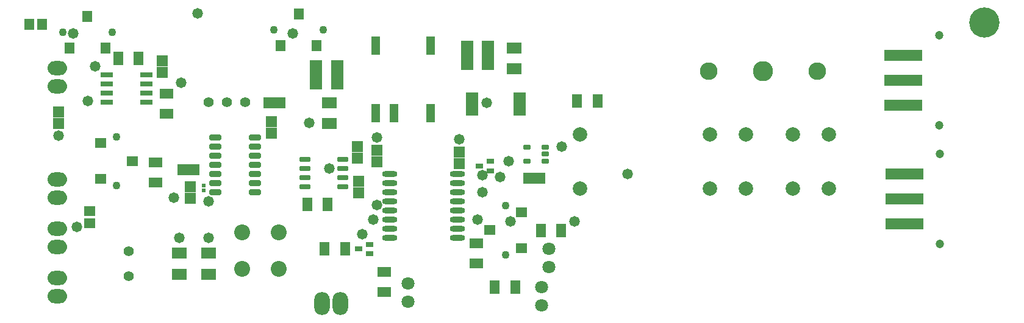
<source format=gts>
G04*
G04 #@! TF.GenerationSoftware,Altium Limited,Altium Designer,19.1.6 (110)*
G04*
G04 Layer_Color=8388736*
%FSLAX24Y24*%
%MOIN*%
G70*
G01*
G75*
%ADD39R,0.0552X0.0730*%
%ADD40R,0.0631X0.0552*%
%ADD41R,0.0592X0.0631*%
G04:AMPARAMS|DCode=42|XSize=29.7mil|YSize=39.5mil|CornerRadius=5.9mil|HoleSize=0mil|Usage=FLASHONLY|Rotation=270.000|XOffset=0mil|YOffset=0mil|HoleType=Round|Shape=RoundedRectangle|*
%AMROUNDEDRECTD42*
21,1,0.0297,0.0276,0,0,270.0*
21,1,0.0178,0.0395,0,0,270.0*
1,1,0.0119,-0.0138,-0.0089*
1,1,0.0119,-0.0138,0.0089*
1,1,0.0119,0.0138,0.0089*
1,1,0.0119,0.0138,-0.0089*
%
%ADD42ROUNDEDRECTD42*%
%ADD43R,0.0710X0.1615*%
%ADD44R,0.0552X0.0631*%
%ADD45R,0.0533X0.0611*%
%ADD46R,0.0611X0.0533*%
%ADD47R,0.0218X0.0237*%
%ADD48R,0.0631X0.0592*%
%ADD49R,0.0789X0.0592*%
%ADD50R,0.0730X0.0552*%
%ADD51R,0.0395X0.0316*%
%ADD52R,0.0686X0.1316*%
%ADD53O,0.0828X0.0316*%
%ADD54R,0.2088X0.0631*%
G04:AMPARAMS|DCode=55|XSize=29.7mil|YSize=57.2mil|CornerRadius=5.9mil|HoleSize=0mil|Usage=FLASHONLY|Rotation=90.000|XOffset=0mil|YOffset=0mil|HoleType=Round|Shape=RoundedRectangle|*
%AMROUNDEDRECTD55*
21,1,0.0297,0.0453,0,0,90.0*
21,1,0.0178,0.0572,0,0,90.0*
1,1,0.0119,0.0227,0.0089*
1,1,0.0119,0.0227,-0.0089*
1,1,0.0119,-0.0227,-0.0089*
1,1,0.0119,-0.0227,0.0089*
%
%ADD55ROUNDEDRECTD55*%
G04:AMPARAMS|DCode=56|XSize=31.6mil|YSize=65.1mil|CornerRadius=6mil|HoleSize=0mil|Usage=FLASHONLY|Rotation=90.000|XOffset=0mil|YOffset=0mil|HoleType=Round|Shape=RoundedRectangle|*
%AMROUNDEDRECTD56*
21,1,0.0316,0.0531,0,0,90.0*
21,1,0.0196,0.0651,0,0,90.0*
1,1,0.0120,0.0265,0.0098*
1,1,0.0120,0.0265,-0.0098*
1,1,0.0120,-0.0265,-0.0098*
1,1,0.0120,-0.0265,0.0098*
%
%ADD56ROUNDEDRECTD56*%
%ADD57R,0.0678X0.0316*%
%ADD58R,0.0474X0.0986*%
%ADD59C,0.1655*%
%ADD60C,0.0710*%
%ADD61C,0.0434*%
%ADD62O,0.0867X0.1261*%
%ADD63O,0.1064X0.0769*%
%ADD64C,0.0474*%
%ADD65C,0.0867*%
%ADD66C,0.0552*%
%ADD67C,0.1104*%
%ADD68C,0.0966*%
%ADD69C,0.0789*%
%ADD70C,0.0580*%
D39*
X39461Y15600D02*
D03*
X40563D02*
D03*
X16370Y25050D02*
D03*
X17472D02*
D03*
X36949Y12500D02*
D03*
X38051D02*
D03*
X42551Y22700D02*
D03*
X41449D02*
D03*
X27649Y14600D02*
D03*
X28751D02*
D03*
X26699Y17050D02*
D03*
X27801D02*
D03*
D40*
X38386Y16617D02*
D03*
X36654Y15633D02*
D03*
X38386Y14648D02*
D03*
X15414Y18433D02*
D03*
X17146Y19417D02*
D03*
X15414Y20402D02*
D03*
D41*
X38785Y18479D02*
D03*
X39415D02*
D03*
X24585Y22600D02*
D03*
X25215D02*
D03*
X20515Y18950D02*
D03*
X19885D02*
D03*
D42*
X39702Y19426D02*
D03*
Y19800D02*
D03*
Y20174D02*
D03*
X38698D02*
D03*
Y19426D02*
D03*
D43*
X27179Y24150D02*
D03*
X28321D02*
D03*
X35429Y25200D02*
D03*
X36571D02*
D03*
D44*
X27202Y25756D02*
D03*
X26218Y27488D02*
D03*
X25234Y25756D02*
D03*
X15667Y25614D02*
D03*
X14683Y27346D02*
D03*
X13698Y25614D02*
D03*
D45*
X11500Y26900D02*
D03*
X12189D02*
D03*
D46*
X14800Y16000D02*
D03*
Y16689D02*
D03*
D47*
X21050Y18072D02*
D03*
Y17828D02*
D03*
D48*
X30500Y19385D02*
D03*
Y20015D02*
D03*
X35000Y19285D02*
D03*
Y19915D02*
D03*
X29500Y18315D02*
D03*
Y17685D02*
D03*
X29450Y20215D02*
D03*
Y19585D02*
D03*
X24750Y20950D02*
D03*
Y21580D02*
D03*
X20300Y18015D02*
D03*
Y17385D02*
D03*
X13100Y22100D02*
D03*
Y21470D02*
D03*
X18771Y24285D02*
D03*
Y24915D02*
D03*
D49*
X21300Y13229D02*
D03*
Y14371D02*
D03*
X19700Y13229D02*
D03*
Y14371D02*
D03*
X27900Y21479D02*
D03*
Y22621D02*
D03*
X38000Y25621D02*
D03*
Y24479D02*
D03*
D50*
X30900Y13351D02*
D03*
Y12249D02*
D03*
X35950Y13799D02*
D03*
Y14901D02*
D03*
X19000Y23101D02*
D03*
Y21999D02*
D03*
X18400Y18249D02*
D03*
Y19351D02*
D03*
D51*
X36715Y18894D02*
D03*
Y19406D02*
D03*
X36085Y19150D02*
D03*
X30115Y14344D02*
D03*
Y14856D02*
D03*
X29485Y14600D02*
D03*
D52*
X38309Y22550D02*
D03*
X35691D02*
D03*
D53*
X34900Y15200D02*
D03*
Y15700D02*
D03*
Y16200D02*
D03*
Y16700D02*
D03*
Y17200D02*
D03*
Y17700D02*
D03*
Y18200D02*
D03*
Y18700D02*
D03*
X31200Y15200D02*
D03*
Y15700D02*
D03*
Y16200D02*
D03*
Y16700D02*
D03*
Y17200D02*
D03*
Y17700D02*
D03*
Y18200D02*
D03*
Y18700D02*
D03*
D54*
X59282Y23850D02*
D03*
Y25228D02*
D03*
Y22472D02*
D03*
X59331Y17350D02*
D03*
Y18728D02*
D03*
Y15972D02*
D03*
D55*
X28633Y18000D02*
D03*
Y18500D02*
D03*
Y19000D02*
D03*
Y19500D02*
D03*
X26567Y18000D02*
D03*
Y18500D02*
D03*
Y19000D02*
D03*
Y19500D02*
D03*
D56*
X21677Y20700D02*
D03*
Y20200D02*
D03*
Y19700D02*
D03*
Y19200D02*
D03*
Y18700D02*
D03*
Y18200D02*
D03*
Y17700D02*
D03*
X23823Y20700D02*
D03*
Y20200D02*
D03*
Y19700D02*
D03*
Y19200D02*
D03*
Y18700D02*
D03*
Y18200D02*
D03*
Y17700D02*
D03*
D57*
X17900Y22650D02*
D03*
Y23150D02*
D03*
Y23650D02*
D03*
Y24150D02*
D03*
X15743Y22650D02*
D03*
Y23150D02*
D03*
Y23650D02*
D03*
Y24150D02*
D03*
D58*
X30450Y25750D02*
D03*
X33450D02*
D03*
Y22050D02*
D03*
X31450D02*
D03*
X30450D02*
D03*
D59*
X63700Y27000D02*
D03*
D60*
X39889Y14598D02*
D03*
Y13598D02*
D03*
X39500Y12500D02*
D03*
Y11500D02*
D03*
X32200Y12700D02*
D03*
Y11700D02*
D03*
D61*
X37520Y16971D02*
D03*
Y14294D02*
D03*
X27556Y26622D02*
D03*
X24879D02*
D03*
X16021Y26480D02*
D03*
X13344D02*
D03*
X16280Y18079D02*
D03*
Y20756D02*
D03*
D62*
X28500Y11600D02*
D03*
X27500D02*
D03*
D63*
X13050Y15700D02*
D03*
Y14700D02*
D03*
X13050Y13000D02*
D03*
Y12000D02*
D03*
Y18400D02*
D03*
Y17400D02*
D03*
Y24500D02*
D03*
Y23500D02*
D03*
D64*
X61230Y26311D02*
D03*
Y21389D02*
D03*
X61280Y19811D02*
D03*
Y14889D02*
D03*
D65*
X23150Y15500D02*
D03*
Y13500D02*
D03*
X25150Y15500D02*
D03*
Y13500D02*
D03*
D66*
X16950Y13100D02*
D03*
Y14478D02*
D03*
X21300Y22650D02*
D03*
X22300D02*
D03*
X23300D02*
D03*
D67*
X51603Y24350D02*
D03*
D68*
X48650D02*
D03*
X54556D02*
D03*
D69*
X41599Y17904D02*
D03*
Y20896D02*
D03*
X48705Y17904D02*
D03*
X50674D02*
D03*
X53233D02*
D03*
X55201D02*
D03*
X48705Y20896D02*
D03*
X50674D02*
D03*
X53233D02*
D03*
X55201D02*
D03*
D70*
X44200Y18700D02*
D03*
X40600Y20200D02*
D03*
X36000Y16200D02*
D03*
X37700Y19400D02*
D03*
X37235Y18555D02*
D03*
X19800Y23700D02*
D03*
X20700Y27500D02*
D03*
X25900Y26400D02*
D03*
X14100Y15800D02*
D03*
X13900Y26400D02*
D03*
X13100Y20800D02*
D03*
X21300Y15200D02*
D03*
X19700D02*
D03*
X36500Y22600D02*
D03*
X41300Y16100D02*
D03*
X37800D02*
D03*
X30500Y17000D02*
D03*
X30293Y16207D02*
D03*
X29700Y15400D02*
D03*
X19400Y17400D02*
D03*
X14700Y22700D02*
D03*
X15100Y24600D02*
D03*
X26800Y21500D02*
D03*
X27900Y19000D02*
D03*
X30500Y20700D02*
D03*
X35000Y20600D02*
D03*
X36280Y17700D02*
D03*
Y18650D02*
D03*
X21300Y17200D02*
D03*
M02*

</source>
